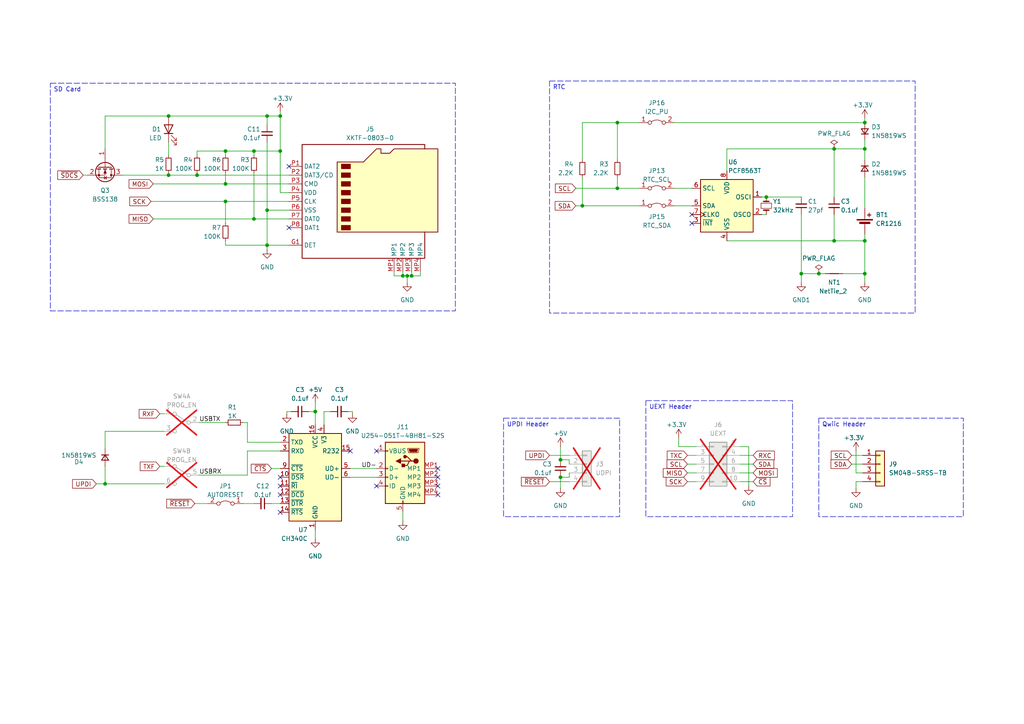
<source format=kicad_sch>
(kicad_sch (version 20230121) (generator eeschema)
  (paper "A4")
  (lib_symbols
    (symbol "Connector:Micro_SD_Card_Det1"
      (property "Reference" "J11" (at 0.635 20.955 0))
      (property "Value" "Micro_SD_Card_Det1" (at 0.635 18.415 0))
      (symbol "Micro_SD_Card_Det1_0_1"
        (rectangle (start -7.62 -6.985) (end -5.08 -8.255) (stroke (width 0.254)) (fill (type outline)))
        (rectangle (start -7.62 -4.445) (end -5.08 -5.715) (stroke (width 0.254)) (fill (type outline)))
        (rectangle (start -7.62 -1.905) (end -5.08 -3.175) (stroke (width 0.254)) (fill (type outline)))
        (rectangle (start -7.62 0.635) (end -5.08 -0.635) (stroke (width 0.254)) (fill (type outline)))
        (rectangle (start -7.62 3.175) (end -5.08 1.905) (stroke (width 0.254)) (fill (type outline)))
        (rectangle (start -7.62 5.715) (end -5.08 4.445) (stroke (width 0.254)) (fill (type outline)))
        (rectangle (start -7.62 8.255) (end -5.08 6.985) (stroke (width 0.254)) (fill (type outline)))
        (rectangle (start -7.62 10.795) (end -5.08 9.525) (stroke (width 0.254)) (fill (type outline)))
        (polyline (pts (xy 16.51 15.24) (xy 16.51 16.51) (xy -19.05 16.51) (xy -19.05 -16.51) (xy 16.51 -16.51) (xy 16.51 -8.89)) (stroke (width 0.254)))
        (polyline (pts (xy -8.89 -8.89) (xy -8.89 11.43) (xy -1.27 11.43) (xy 2.54 15.24) (xy 3.81 15.24) (xy 3.81 13.97) (xy 6.35 13.97) (xy 7.62 15.24) (xy 20.32 15.24) (xy 20.32 -8.89) (xy -8.89 -8.89)) (stroke (width 0.254)) (fill (type background)))
      )
      (symbol "Micro_SD_Card_Det1_1_1"
        (pin passive line (at -22.86 -12.7 0) (length 3.81) (name "DET") (number "G1"))
        (pin passive line (at 7.62 -20.32 90) (length 3.81) (name "MP1") (number "MP1"))
        (pin passive line (at 10.16 -20.32 90) (length 3.81) (name "MP2") (number "MP2"))
        (pin passive line (at 12.7 -20.32 90) (length 3.81) (name "MP3") (number "MP3"))
        (pin passive line (at 15.24 -20.32 90) (length 3.81) (name "MP4") (number "MP4"))
        (pin bidirectional line (at -22.86 10.16 0) (length 3.81) (name "DAT2") (number "P1"))
        (pin bidirectional line (at -22.86 7.62 0) (length 3.81) (name "DAT3/CD") (number "P2"))
        (pin input line (at -22.86 5.08 0) (length 3.81) (name "CMD") (number "P3"))
        (pin power_in line (at -22.86 2.54 0) (length 3.81) (name "VDD") (number "P4"))
        (pin input line (at -22.86 0 0) (length 3.81) (name "CLK") (number "P5"))
        (pin power_in line (at -22.86 -2.54 0) (length 3.81) (name "VSS") (number "P6"))
        (pin bidirectional line (at -22.86 -5.08 0) (length 3.81) (name "DAT0") (number "P7"))
        (pin bidirectional line (at -22.86 -7.62 0) (length 3.81) (name "DAT1") (number "P8"))
      )
    )
    (symbol "Connector:USB_B_Micro" (pin_names (offset 1.016))
      (property "Reference" "J11" (at 0 12.065 0))
      (property "Value" "U254-051T-4BH81-S2S" (at 0 9.525 0))
      (symbol "USB_B_Micro_0_1"
        (rectangle (start -6.35 7.62) (end 5.08 -10.16) (stroke (width 0.254)) (fill (type background)))
        (circle (center -3.81 2.159) (radius 0.635) (stroke (width 0.254)) (fill (type outline)))
        (circle (center -0.635 3.429) (radius 0.381) (stroke (width 0.254)) (fill (type outline)))
        (rectangle (start -0.127 -9.398) (end 0.127 -10.16))
        (polyline (pts (xy -1.905 2.159) (xy 0.635 2.159)) (stroke (width 0.254)))
        (polyline (pts (xy -3.175 2.159) (xy -2.54 2.159) (xy -1.27 3.429) (xy -0.635 3.429)) (stroke (width 0.254)))
        (polyline (pts (xy -2.54 2.159) (xy -1.905 2.159) (xy -1.27 0.889) (xy 0 0.889)) (stroke (width 0.254)))
        (polyline (pts (xy 0.635 2.794) (xy 0.635 1.524) (xy 1.905 2.159) (xy 0.635 2.794)) (stroke (width 0.254)) (fill (type outline)))
        (polyline (pts (xy -4.318 5.588) (xy -1.778 5.588) (xy -2.032 4.826) (xy -4.064 4.826) (xy -4.318 5.588)) (fill (type outline)))
        (polyline (pts (xy -4.699 5.842) (xy -4.699 5.588) (xy -4.445 4.826) (xy -4.445 4.572) (xy -1.651 4.572) (xy -1.651 4.826) (xy -1.397 5.588) (xy -1.397 5.842) (xy -4.699 5.842)))
        (rectangle (start 0.254 1.27) (end -0.508 0.508) (stroke (width 0.254)) (fill (type outline)))
        (rectangle (start 5.08 -5.207) (end 4.318 -4.953))
        (rectangle (start 5.08 -2.667) (end 4.318 -2.413))
        (rectangle (start 5.08 -0.127) (end 4.318 0.127))
        (rectangle (start 5.08 4.953) (end 4.318 5.207))
      )
      (symbol "USB_B_Micro_1_1"
        (pin power_out line (at 7.62 5.08 180) (length 2.54) (name "VBUS") (number "1"))
        (pin bidirectional line (at 7.62 0 180) (length 2.54) (name "D-") (number "2"))
        (pin bidirectional line (at 7.62 -2.54 180) (length 2.54) (name "D+") (number "3"))
        (pin passive line (at 7.62 -5.08 180) (length 2.54) (name "ID") (number "4"))
        (pin power_out line (at 0 -12.7 90) (length 2.54) (name "GND") (number "5"))
        (pin passive line (at -10.16 0 0) (length 3.81) (name "MP1") (number "MP1"))
        (pin passive line (at -10.16 -2.54 0) (length 3.81) (name "MP2") (number "MP2"))
        (pin passive line (at -10.16 -5.08 0) (length 3.81) (name "MP3") (number "MP3"))
        (pin passive line (at -10.16 -7.62 0) (length 3.81) (name "MP4") (number "MP4"))
      )
    )
    (symbol "Connector_Generic:Conn_01x04" (pin_names (offset 1.016) hide)
      (property "Reference" "J" (at 0 5.08 0))
      (property "Value" "Conn_01x04" (at 0 -7.62 0))
      (symbol "Conn_01x04_1_1"
        (rectangle (start -1.27 -4.953) (end 0 -5.207) (stroke (width 0.1524)))
        (rectangle (start -1.27 -2.413) (end 0 -2.667) (stroke (width 0.1524)))
        (rectangle (start -1.27 0.127) (end 0 -0.127) (stroke (width 0.1524)))
        (rectangle (start -1.27 2.667) (end 0 2.413) (stroke (width 0.1524)))
        (rectangle (start -1.27 3.81) (end 1.27 -6.35) (stroke (width 0.254)) (fill (type background)))
        (pin passive line (at -5.08 2.54 0) (length 3.81) (name "Pin_1") (number "1"))
        (pin passive line (at -5.08 0 0) (length 3.81) (name "Pin_2") (number "2"))
        (pin passive line (at -5.08 -2.54 0) (length 3.81) (name "Pin_3") (number "3"))
        (pin passive line (at -5.08 -5.08 0) (length 3.81) (name "Pin_4") (number "4"))
      )
    )
    (symbol "Connector_Generic:Conn_02x05_Odd_Even" (pin_names (offset 1.016) hide)
      (property "Reference" "J" (at 1.27 7.62 0))
      (property "Value" "Conn_02x05_Odd_Even" (at 1.27 -7.62 0))
      (symbol "Conn_02x05_Odd_Even_1_1"
        (rectangle (start -1.27 -4.953) (end 0 -5.207) (stroke (width 0.1524)))
        (rectangle (start -1.27 -2.413) (end 0 -2.667) (stroke (width 0.1524)))
        (rectangle (start -1.27 0.127) (end 0 -0.127) (stroke (width 0.1524)))
        (rectangle (start -1.27 2.667) (end 0 2.413) (stroke (width 0.1524)))
        (rectangle (start -1.27 5.207) (end 0 4.953) (stroke (width 0.1524)))
        (rectangle (start -1.27 6.35) (end 3.81 -6.35) (stroke (width 0.254)) (fill (type background)))
        (rectangle (start 3.81 -4.953) (end 2.54 -5.207) (stroke (width 0.1524)))
        (rectangle (start 3.81 -2.413) (end 2.54 -2.667) (stroke (width 0.1524)))
        (rectangle (start 3.81 0.127) (end 2.54 -0.127) (stroke (width 0.1524)))
        (rectangle (start 3.81 2.667) (end 2.54 2.413) (stroke (width 0.1524)))
        (rectangle (start 3.81 5.207) (end 2.54 4.953) (stroke (width 0.1524)))
        (pin passive line (at -5.08 5.08 0) (length 3.81) (name "Pin_1") (number "1"))
        (pin passive line (at 7.62 -5.08 180) (length 3.81) (name "Pin_10") (number "10"))
        (pin passive line (at 7.62 5.08 180) (length 3.81) (name "Pin_2") (number "2"))
        (pin passive line (at -5.08 2.54 0) (length 3.81) (name "Pin_3") (number "3"))
        (pin passive line (at 7.62 2.54 180) (length 3.81) (name "Pin_4") (number "4"))
        (pin passive line (at -5.08 0 0) (length 3.81) (name "Pin_5") (number "5"))
        (pin passive line (at 7.62 0 180) (length 3.81) (name "Pin_6") (number "6"))
        (pin passive line (at -5.08 -2.54 0) (length 3.81) (name "Pin_7") (number "7"))
        (pin passive line (at 7.62 -2.54 180) (length 3.81) (name "Pin_8") (number "8"))
        (pin passive line (at -5.08 -5.08 0) (length 3.81) (name "Pin_9") (number "9"))
      )
    )
    (symbol "Device:Battery_Cell" (pin_numbers hide) (pin_names (offset 0) hide)
      (property "Reference" "BT" (at 2.54 2.54 0))
      (property "Value" "Battery_Cell" (at 2.54 0 0))
      (symbol "Battery_Cell_0_1"
        (rectangle (start -2.286 1.778) (end 2.286 1.524) (fill (type outline)))
        (rectangle (start -1.524 1.016) (end 1.524 0.508) (fill (type outline)))
        (polyline (pts (xy 0 0.762) (xy 0 0)))
        (polyline (pts (xy 0 1.778) (xy 0 2.54)))
        (polyline (pts (xy 0.762 3.048) (xy 1.778 3.048)) (stroke (width 0.254)))
        (polyline (pts (xy 1.27 3.556) (xy 1.27 2.54)) (stroke (width 0.254)))
      )
      (symbol "Battery_Cell_1_1"
        (pin passive line (at 0 5.08 270) (length 2.54) (name "+") (number "1"))
        (pin passive line (at 0 -2.54 90) (length 2.54) (name "-") (number "2"))
      )
    )
    (symbol "Device:C_Small" (pin_numbers hide) (pin_names (offset 0.254) hide)
      (property "Reference" "C" (at 0.254 1.778 0))
      (property "Value" "C_Small" (at 0.254 -2.032 0))
      (symbol "C_Small_0_1"
        (polyline (pts (xy -1.524 -0.508) (xy 1.524 -0.508)) (stroke (width 0.3302)))
        (polyline (pts (xy -1.524 0.508) (xy 1.524 0.508)) (stroke (width 0.3048)))
      )
      (symbol "C_Small_1_1"
        (pin passive line (at 0 2.54 270) (length 2.032) (name "~") (number "1"))
        (pin passive line (at 0 -2.54 90) (length 2.032) (name "~") (number "2"))
      )
    )
    (symbol "Device:Crystal_Small" (pin_numbers hide) (pin_names (offset 1.016) hide)
      (property "Reference" "Y" (at 0 2.54 0))
      (property "Value" "Crystal_Small" (at 0 -2.54 0))
      (symbol "Crystal_Small_0_1"
        (rectangle (start -0.762 -1.524) (end 0.762 1.524))
        (polyline (pts (xy -1.27 -0.762) (xy -1.27 0.762)) (stroke (width 0.381)))
        (polyline (pts (xy 1.27 -0.762) (xy 1.27 0.762)) (stroke (width 0.381)))
      )
      (symbol "Crystal_Small_1_1"
        (pin passive line (at -2.54 0 0) (length 1.27) (name "1") (number "1"))
        (pin passive line (at 2.54 0 180) (length 1.27) (name "2") (number "2"))
      )
    )
    (symbol "Device:D_Small" (pin_numbers hide) (pin_names (offset 0.254) hide)
      (property "Reference" "D" (at -1.27 2.032 0))
      (property "Value" "D_Small" (at -3.81 -2.032 0))
      (symbol "D_Small_0_1"
        (polyline (pts (xy -0.762 -1.016) (xy -0.762 1.016)) (stroke (width 0.254)))
        (polyline (pts (xy -0.762 0) (xy 0.762 0)))
        (polyline (pts (xy 0.762 -1.016) (xy -0.762 0) (xy 0.762 1.016) (xy 0.762 -1.016)) (stroke (width 0.254)))
      )
      (symbol "D_Small_1_1"
        (pin passive line (at -2.54 0 0) (length 1.778) (name "K") (number "1"))
        (pin passive line (at 2.54 0 180) (length 1.778) (name "A") (number "2"))
      )
    )
    (symbol "Device:LED" (pin_numbers hide) (pin_names (offset 1.016) hide)
      (property "Reference" "D" (at 0 2.54 0))
      (property "Value" "LED" (at 0 -2.54 0))
      (symbol "LED_0_1"
        (polyline (pts (xy -1.27 -1.27) (xy -1.27 1.27)) (stroke (width 0.254)))
        (polyline (pts (xy -1.27 0) (xy 1.27 0)))
        (polyline (pts (xy 1.27 -1.27) (xy 1.27 1.27) (xy -1.27 0) (xy 1.27 -1.27)) (stroke (width 0.254)))
        (polyline (pts (xy -3.048 -0.762) (xy -4.572 -2.286) (xy -3.81 -2.286) (xy -4.572 -2.286) (xy -4.572 -1.524)))
        (polyline (pts (xy -1.778 -0.762) (xy -3.302 -2.286) (xy -2.54 -2.286) (xy -3.302 -2.286) (xy -3.302 -1.524)))
      )
      (symbol "LED_1_1"
        (pin passive line (at -3.81 0 0) (length 2.54) (name "K") (number "1"))
        (pin passive line (at 3.81 0 180) (length 2.54) (name "A") (number "2"))
      )
    )
    (symbol "Device:NetTie_2" (pin_numbers hide) (pin_names (offset 0) hide) (in_bom no)
      (property "Reference" "NT" (at 0 1.27 0))
      (property "Value" "NetTie_2" (at 0 -1.27 0))
      (symbol "NetTie_2_0_1"
        (polyline (pts (xy -1.27 0) (xy 1.27 0)) (stroke (width 0.254)))
      )
      (symbol "NetTie_2_1_1"
        (pin passive line (at -2.54 0 0) (length 2.54) (name "1") (number "1"))
        (pin passive line (at 2.54 0 180) (length 2.54) (name "2") (number "2"))
      )
    )
    (symbol "Device:R_Small" (pin_numbers hide) (pin_names (offset 0.254) hide)
      (property "Reference" "R" (at 0.762 0.508 0))
      (property "Value" "R_Small" (at 0.762 -1.016 0))
      (symbol "R_Small_0_1"
        (rectangle (start -0.762 1.778) (end 0.762 -1.778) (stroke (width 0.2032)))
      )
      (symbol "R_Small_1_1"
        (pin passive line (at 0 2.54 270) (length 0.762) (name "~") (number "1"))
        (pin passive line (at 0 -2.54 90) (length 0.762) (name "~") (number "2"))
      )
    )
    (symbol "GND_1" (power) (pin_names (offset 0))
      (property "Value" "GND_1" (at 0 -3.81 0))
      (symbol "GND_1_0_1"
        (polyline (pts (xy 0 0) (xy 0 -1.27) (xy 1.27 -1.27) (xy 0 -2.54) (xy -1.27 -1.27) (xy 0 -1.27)))
      )
      (symbol "GND_1_1_1"
        (pin power_in line (at 0 0 270) (length 0) hide (name "GND") (number "1"))
      )
    )
    (symbol "Interface_USB:CH340C"
      (property "Reference" "U" (at -5.08 13.97 0))
      (property "Value" "CH340C" (at 1.27 13.97 0))
      (symbol "CH340C_0_1"
        (rectangle (start -7.62 12.7) (end 7.62 -12.7) (stroke (width 0.254)) (fill (type background)))
      )
      (symbol "CH340C_1_1"
        (pin power_in line (at 0 -15.24 90) (length 2.54) (name "GND") (number "1"))
        (pin input line (at 10.16 0 180) (length 2.54) (name "~{DSR}") (number "10"))
        (pin input line (at 10.16 -2.54 180) (length 2.54) (name "~{RI}") (number "11"))
        (pin input line (at 10.16 -5.08 180) (length 2.54) (name "~{DCD}") (number "12"))
        (pin output line (at 10.16 -7.62 180) (length 2.54) (name "~{DTR}") (number "13"))
        (pin output line (at 10.16 -10.16 180) (length 2.54) (name "~{RTS}") (number "14"))
        (pin input line (at -10.16 7.62 0) (length 2.54) (name "R232") (number "15"))
        (pin power_in line (at 0 15.24 270) (length 2.54) (name "VCC") (number "16"))
        (pin output line (at 10.16 10.16 180) (length 2.54) (name "TXD") (number "2"))
        (pin input line (at 10.16 7.62 180) (length 2.54) (name "RXD") (number "3"))
        (pin passive line (at -2.54 15.24 270) (length 2.54) (name "V3") (number "4"))
        (pin bidirectional line (at -10.16 2.54 0) (length 2.54) (name "UD+") (number "5"))
        (pin bidirectional line (at -10.16 0 0) (length 2.54) (name "UD-") (number "6"))
        (pin no_connect line (at -7.62 -7.62 0) (length 2.54) hide (name "NC") (number "7"))
        (pin no_connect line (at -7.62 -10.16 0) (length 2.54) hide (name "NC") (number "8"))
        (pin input line (at 10.16 2.54 180) (length 2.54) (name "~{CTS}") (number "9"))
      )
    )
    (symbol "Jumper:Jumper_2_Bridged" (pin_names (offset 0) hide)
      (property "Reference" "JP" (at 0 1.905 0))
      (property "Value" "Jumper_2_Bridged" (at 0 -2.54 0))
      (symbol "Jumper_2_Bridged_0_0"
        (circle (center -2.032 0) (radius 0.508))
        (circle (center 2.032 0) (radius 0.508))
      )
      (symbol "Jumper_2_Bridged_0_1"
        (arc (start 1.524 0.254) (mid 0 0.762) (end -1.524 0.254))
      )
      (symbol "Jumper_2_Bridged_1_1"
        (pin passive line (at -5.08 0 0) (length 2.54) (name "A") (number "1"))
        (pin passive line (at 5.08 0 180) (length 2.54) (name "B") (number "2"))
      )
    )
    (symbol "Switch:SW_DPDT_x2" (pin_names (offset 0) hide)
      (property "Reference" "SW" (at 0 4.318 0))
      (property "Value" "SW_DPDT_x2" (at 0 -5.08 0))
      (symbol "SW_DPDT_x2_0_0"
        (circle (center -2.032 0) (radius 0.508))
        (circle (center 2.032 -2.54) (radius 0.508))
      )
      (symbol "SW_DPDT_x2_0_1"
        (polyline (pts (xy -1.524 0.254) (xy 1.651 2.286)))
        (circle (center 2.032 2.54) (radius 0.508))
      )
      (symbol "SW_DPDT_x2_1_1"
        (pin passive line (at 5.08 2.54 180) (length 2.54) (name "A") (number "1"))
        (pin passive line (at -5.08 0 0) (length 2.54) (name "B") (number "2"))
        (pin passive line (at 5.08 -2.54 180) (length 2.54) (name "C") (number "3"))
      )
      (symbol "SW_DPDT_x2_2_1"
        (pin passive line (at 5.08 2.54 180) (length 2.54) (name "A") (number "4"))
        (pin passive line (at -5.08 0 0) (length 2.54) (name "B") (number "5"))
        (pin passive line (at 5.08 -2.54 180) (length 2.54) (name "C") (number "6"))
      )
    )
    (symbol "Timer_RTC:PCF8563T"
      (property "Reference" "U3" (at -0.3459 12.7 0))
      (property "Value" "PCF8563T" (at -0.3459 10.16 0))
      (symbol "PCF8563T_0_1"
        (rectangle (start -7.62 7.62) (end 7.62 -7.62) (stroke (width 0.254)) (fill (type background)))
      )
      (symbol "PCF8563T_1_1"
        (pin input line (at -10.16 2.54 0) (length 2.54) (name "OSCI") (number "1"))
        (pin output line (at -10.16 -2.54 0) (length 2.54) (name "OSCO") (number "2"))
        (pin output line (at 10.16 -5.08 180) (length 2.54) (name "~{INT}") (number "3"))
        (pin power_in line (at 0 -10.16 90) (length 2.54) (name "VSS") (number "4"))
        (pin bidirectional line (at 10.16 0 180) (length 2.54) (name "SDA") (number "5"))
        (pin input line (at 10.16 5.08 180) (length 2.54) (name "SCL") (number "6"))
        (pin output clock (at 10.16 -2.54 180) (length 2.54) (name "CLKO") (number "7"))
        (pin power_in line (at 0 10.16 270) (length 2.54) (name "VDD") (number "8"))
      )
    )
    (symbol "Transistor_FET:BSS138" (pin_names hide)
      (property "Reference" "Q" (at 5.08 1.905 0))
      (property "Value" "BSS138" (at 5.08 0 0))
      (symbol "BSS138_0_1"
        (polyline (pts (xy 0.254 0) (xy -2.54 0)))
        (polyline (pts (xy 0.254 1.905) (xy 0.254 -1.905)) (stroke (width 0.254)))
        (polyline (pts (xy 0.762 -1.27) (xy 0.762 -2.286)) (stroke (width 0.254)))
        (polyline (pts (xy 0.762 0.508) (xy 0.762 -0.508)) (stroke (width 0.254)))
        (polyline (pts (xy 0.762 2.286) (xy 0.762 1.27)) (stroke (width 0.254)))
        (polyline (pts (xy 2.54 2.54) (xy 2.54 1.778)))
        (polyline (pts (xy 2.54 -2.54) (xy 2.54 0) (xy 0.762 0)))
        (polyline (pts (xy 0.762 -1.778) (xy 3.302 -1.778) (xy 3.302 1.778) (xy 0.762 1.778)))
        (polyline (pts (xy 1.016 0) (xy 2.032 0.381) (xy 2.032 -0.381) (xy 1.016 0)) (fill (type outline)))
        (polyline (pts (xy 2.794 0.508) (xy 2.921 0.381) (xy 3.683 0.381) (xy 3.81 0.254)))
        (polyline (pts (xy 3.302 0.381) (xy 2.921 -0.254) (xy 3.683 -0.254) (xy 3.302 0.381)))
        (circle (center 1.651 0) (radius 2.794) (stroke (width 0.254)))
        (circle (center 2.54 -1.778) (radius 0.254) (fill (type outline)))
        (circle (center 2.54 1.778) (radius 0.254) (fill (type outline)))
      )
      (symbol "BSS138_1_1"
        (pin input line (at -5.08 0 0) (length 2.54) (name "G") (number "1"))
        (pin passive line (at 2.54 -5.08 90) (length 2.54) (name "S") (number "2"))
        (pin passive line (at 2.54 5.08 270) (length 2.54) (name "D") (number "3"))
      )
    )
    (symbol "power:+3.3V" (power) (pin_names (offset 0))
      (property "Value" "+3.3V" (at 0 3.556 0))
      (symbol "+3.3V_0_1"
        (polyline (pts (xy -0.762 1.27) (xy 0 2.54)))
        (polyline (pts (xy 0 0) (xy 0 2.54)))
        (polyline (pts (xy 0 2.54) (xy 0.762 1.27)))
      )
      (symbol "+3.3V_1_1"
        (pin power_in line (at 0 0 90) (length 0) hide (name "+3.3V") (number "1"))
      )
    )
    (symbol "power:+5V" (power) (pin_names (offset 0))
      (property "Value" "+5V" (at 0 3.556 0))
      (symbol "+5V_0_1"
        (polyline (pts (xy -0.762 1.27) (xy 0 2.54)))
        (polyline (pts (xy 0 0) (xy 0 2.54)))
        (polyline (pts (xy 0 2.54) (xy 0.762 1.27)))
      )
      (symbol "+5V_1_1"
        (pin power_in line (at 0 0 90) (length 0) hide (name "+5V") (number "1"))
      )
    )
    (symbol "power:GND1" (power) (pin_names (offset 0))
      (property "Value" "GND1" (at 0 -3.81 0))
      (symbol "GND1_0_1"
        (polyline (pts (xy 0 0) (xy 0 -1.27) (xy 1.27 -1.27) (xy 0 -2.54) (xy -1.27 -1.27) (xy 0 -1.27)))
      )
      (symbol "GND1_1_1"
        (pin power_in line (at 0 0 270) (length 0) hide (name "GND1") (number "1"))
      )
    )
    (symbol "power:PWR_FLAG" (power) (pin_numbers hide) (pin_names (offset 0) hide)
      (property "Value" "PWR_FLAG" (at 0 3.81 0))
      (symbol "PWR_FLAG_0_0"
        (pin power_out line (at 0 0 90) (length 0) (name "pwr") (number "1"))
      )
      (symbol "PWR_FLAG_0_1"
        (polyline (pts (xy 0 0) (xy 0 1.27) (xy -1.016 1.905) (xy 0 2.54) (xy 1.016 1.905) (xy 0 1.27)))
      )
    )
  )
  (junction (at 232.41 79.375))
  (junction (at 30.48 140.335))
  (junction (at 77.47 33.655))
  (junction (at 57.15 50.8))
  (junction (at 77.47 60.96))
  (junction (at 162.56 138.43))
  (junction (at 222.25 57.15))
  (junction (at 250.825 79.375))
  (junction (at 119.38 80.01))
  (junction (at 81.28 33.655))
  (junction (at 91.44 119.38))
  (junction (at 48.895 33.655))
  (junction (at 65.405 43.815))
  (junction (at 241.935 69.85))
  (junction (at 168.91 59.69))
  (junction (at 77.47 71.12))
  (junction (at 241.935 43.18))
  (junction (at 250.825 43.18))
  (junction (at 162.56 133.35))
  (junction (at 179.07 54.61))
  (junction (at 81.28 43.815))
  (junction (at 179.07 35.56))
  (junction (at 237.49 79.375))
  (junction (at 116.84 80.01))
  (junction (at 250.825 35.56))
  (junction (at 48.895 50.8))
  (junction (at 118.11 80.01))
  (junction (at 250.825 69.85))
  (junction (at 65.405 53.34))
  (junction (at 65.405 58.42))
  (junction (at 73.66 43.815))
  (junction (at 73.66 63.5))
  (no_connect (at 200.66 64.77))
  (no_connect (at 83.82 66.04))
  (no_connect (at 81.28 143.51))
  (no_connect (at 109.22 140.97))
  (no_connect (at 101.6 130.81))
  (no_connect (at 81.28 140.97))
  (no_connect (at 127 135.89))
  (no_connect (at 127 140.97))
  (no_connect (at 81.28 138.43))
  (no_connect (at 127 138.43))
  (no_connect (at 127 143.51))
  (no_connect (at 200.66 62.23))
  (no_connect (at 83.82 48.26))
  (no_connect (at 109.22 130.81))
  (no_connect (at 81.28 148.59))
  (wire (pts (xy 250.825 40.64) (xy 250.825 43.18)))
  (wire (pts (xy 250.825 79.375) (xy 250.825 81.915)))
  (wire (pts (xy 65.405 58.42) (xy 83.82 58.42)))
  (wire (pts (xy 118.11 80.01) (xy 118.11 81.915)))
  (wire (pts (xy 116.84 80.01) (xy 118.11 80.01)))
  (wire (pts (xy 56.515 146.05) (xy 60.325 146.05)))
  (wire (pts (xy 168.91 35.56) (xy 179.07 35.56)))
  (wire (pts (xy 222.25 57.15) (xy 232.41 57.15)))
  (wire (pts (xy 196.85 127) (xy 196.85 129.54)))
  (wire (pts (xy 179.07 35.56) (xy 185.42 35.56)))
  (wire (pts (xy 121.92 80.01) (xy 121.92 78.74)))
  (wire (pts (xy 91.44 119.38) (xy 91.44 123.19)))
  (wire (pts (xy 77.47 71.12) (xy 83.82 71.12)))
  (wire (pts (xy 30.48 33.655) (xy 30.48 43.18)))
  (wire (pts (xy 101.6 138.43) (xy 109.22 138.43)))
  (wire (pts (xy 250.825 43.18) (xy 250.825 46.355)))
  (wire (pts (xy 44.45 63.5) (xy 73.66 63.5)))
  (wire (pts (xy 81.28 55.88) (xy 83.82 55.88)))
  (wire (pts (xy 199.39 132.08) (xy 201.93 132.08)))
  (wire (pts (xy 77.47 33.655) (xy 81.28 33.655)))
  (wire (pts (xy 167.005 59.69) (xy 168.91 59.69)))
  (wire (pts (xy 168.91 59.69) (xy 185.42 59.69)))
  (wire (pts (xy 65.405 58.42) (xy 65.405 64.77)))
  (wire (pts (xy 232.41 79.375) (xy 232.41 81.915)))
  (wire (pts (xy 71.755 128.27) (xy 81.28 128.27)))
  (wire (pts (xy 91.44 119.38) (xy 89.535 119.38)))
  (wire (pts (xy 210.82 69.85) (xy 241.935 69.85)))
  (wire (pts (xy 199.39 139.7) (xy 201.93 139.7)))
  (wire (pts (xy 195.58 35.56) (xy 250.825 35.56)))
  (wire (pts (xy 162.56 129.54) (xy 162.56 133.35)))
  (wire (pts (xy 196.85 129.54) (xy 201.93 129.54)))
  (wire (pts (xy 214.63 132.08) (xy 218.44 132.08)))
  (wire (pts (xy 119.38 80.01) (xy 121.92 80.01)))
  (wire (pts (xy 237.49 79.375) (xy 239.395 79.375)))
  (wire (pts (xy 199.39 134.62) (xy 201.93 134.62)))
  (wire (pts (xy 210.82 43.18) (xy 241.935 43.18)))
  (wire (pts (xy 232.41 79.375) (xy 237.49 79.375)))
  (wire (pts (xy 48.895 50.8) (xy 57.15 50.8)))
  (wire (pts (xy 241.935 43.18) (xy 241.935 57.15)))
  (wire (pts (xy 102.235 119.38) (xy 102.235 120.015)))
  (wire (pts (xy 214.63 134.62) (xy 218.44 134.62)))
  (wire (pts (xy 44.45 53.34) (xy 65.405 53.34)))
  (wire (pts (xy 65.405 50.165) (xy 65.405 53.34)))
  (wire (pts (xy 73.66 43.815) (xy 73.66 45.085)))
  (wire (pts (xy 24.13 50.8) (xy 25.4 50.8)))
  (wire (pts (xy 77.47 71.12) (xy 77.47 72.39)))
  (wire (pts (xy 48.895 33.655) (xy 77.47 33.655)))
  (wire (pts (xy 65.405 69.85) (xy 65.405 71.12)))
  (wire (pts (xy 91.44 116.84) (xy 91.44 119.38)))
  (wire (pts (xy 220.98 62.23) (xy 222.25 62.23)))
  (wire (pts (xy 91.44 153.67) (xy 91.44 156.21)))
  (wire (pts (xy 159.385 139.7) (xy 165.1 139.7)))
  (wire (pts (xy 247.015 132.08) (xy 250.19 132.08)))
  (wire (pts (xy 220.98 57.15) (xy 222.25 57.15)))
  (wire (pts (xy 81.28 43.815) (xy 81.28 55.88)))
  (wire (pts (xy 168.91 51.435) (xy 168.91 59.69)))
  (wire (pts (xy 71.755 122.555) (xy 70.485 122.555)))
  (wire (pts (xy 30.48 140.335) (xy 27.94 140.335)))
  (wire (pts (xy 43.815 58.42) (xy 65.405 58.42)))
  (wire (pts (xy 71.755 137.795) (xy 57.785 137.795)))
  (wire (pts (xy 57.15 50.8) (xy 83.82 50.8)))
  (wire (pts (xy 73.66 146.05) (xy 70.485 146.05)))
  (wire (pts (xy 250.825 51.435) (xy 250.825 60.325)))
  (wire (pts (xy 93.98 119.38) (xy 93.98 123.19)))
  (wire (pts (xy 217.17 129.54) (xy 217.17 140.97)))
  (wire (pts (xy 47.625 140.335) (xy 30.48 140.335)))
  (wire (pts (xy 250.825 67.945) (xy 250.825 69.85)))
  (wire (pts (xy 165.1 134.62) (xy 165.1 133.35)))
  (wire (pts (xy 195.58 59.69) (xy 200.66 59.69)))
  (wire (pts (xy 81.28 32.385) (xy 81.28 33.655)))
  (wire (pts (xy 116.84 148.59) (xy 116.84 151.13)))
  (wire (pts (xy 248.285 137.16) (xy 250.19 137.16)))
  (wire (pts (xy 214.63 139.7) (xy 218.44 139.7)))
  (wire (pts (xy 250.825 69.85) (xy 250.825 79.375)))
  (wire (pts (xy 35.56 50.8) (xy 48.895 50.8)))
  (wire (pts (xy 165.1 138.43) (xy 165.1 137.16)))
  (wire (pts (xy 65.405 71.12) (xy 77.47 71.12)))
  (wire (pts (xy 119.38 78.74) (xy 119.38 80.01)))
  (wire (pts (xy 101.6 135.89) (xy 109.22 135.89)))
  (wire (pts (xy 57.15 50.165) (xy 57.15 50.8)))
  (wire (pts (xy 241.935 69.85) (xy 250.825 69.85)))
  (wire (pts (xy 30.48 125.095) (xy 47.625 125.095)))
  (wire (pts (xy 46.355 135.255) (xy 47.625 135.255)))
  (wire (pts (xy 168.91 35.56) (xy 168.91 46.355)))
  (wire (pts (xy 210.82 43.18) (xy 210.82 49.53)))
  (wire (pts (xy 84.455 119.38) (xy 83.185 119.38)))
  (wire (pts (xy 244.475 79.375) (xy 250.825 79.375)))
  (wire (pts (xy 71.755 128.27) (xy 71.755 122.555)))
  (wire (pts (xy 167.005 54.61) (xy 179.07 54.61)))
  (wire (pts (xy 48.895 41.275) (xy 48.895 45.085)))
  (wire (pts (xy 77.47 60.96) (xy 83.82 60.96)))
  (wire (pts (xy 30.48 125.095) (xy 30.48 130.175)))
  (wire (pts (xy 114.3 80.01) (xy 116.84 80.01)))
  (wire (pts (xy 250.19 139.7) (xy 248.285 139.7)))
  (wire (pts (xy 48.895 50.165) (xy 48.895 50.8)))
  (wire (pts (xy 73.66 63.5) (xy 83.82 63.5)))
  (wire (pts (xy 73.66 50.165) (xy 73.66 63.5)))
  (wire (pts (xy 116.84 78.74) (xy 116.84 80.01)))
  (wire (pts (xy 247.015 134.62) (xy 250.19 134.62)))
  (wire (pts (xy 78.74 146.05) (xy 81.28 146.05)))
  (wire (pts (xy 73.66 43.815) (xy 81.28 43.815)))
  (wire (pts (xy 159.385 132.08) (xy 165.1 132.08)))
  (wire (pts (xy 65.405 43.815) (xy 65.405 45.085)))
  (wire (pts (xy 179.07 35.56) (xy 179.07 46.355)))
  (wire (pts (xy 65.405 43.815) (xy 73.66 43.815)))
  (wire (pts (xy 162.56 138.43) (xy 162.56 141.605)))
  (wire (pts (xy 77.47 33.655) (xy 77.47 36.195)))
  (wire (pts (xy 248.285 139.7) (xy 248.285 141.605)))
  (wire (pts (xy 199.39 137.16) (xy 201.93 137.16)))
  (wire (pts (xy 100.965 119.38) (xy 102.235 119.38)))
  (wire (pts (xy 81.28 130.81) (xy 71.755 130.81)))
  (wire (pts (xy 30.48 140.335) (xy 30.48 135.255)))
  (wire (pts (xy 214.63 129.54) (xy 217.17 129.54)))
  (wire (pts (xy 65.405 53.34) (xy 83.82 53.34)))
  (wire (pts (xy 232.41 62.23) (xy 232.41 79.375)))
  (wire (pts (xy 30.48 33.655) (xy 48.895 33.655)))
  (wire (pts (xy 77.47 60.96) (xy 77.47 71.12)))
  (wire (pts (xy 195.58 54.61) (xy 200.66 54.61)))
  (wire (pts (xy 78.74 135.89) (xy 81.28 135.89)))
  (wire (pts (xy 162.56 138.43) (xy 165.1 138.43)))
  (wire (pts (xy 241.935 43.18) (xy 250.825 43.18)))
  (wire (pts (xy 93.98 119.38) (xy 95.885 119.38)))
  (wire (pts (xy 179.07 54.61) (xy 185.42 54.61)))
  (wire (pts (xy 57.15 43.815) (xy 57.15 45.085)))
  (wire (pts (xy 65.405 122.555) (xy 57.785 122.555)))
  (wire (pts (xy 83.185 119.38) (xy 83.185 120.015)))
  (wire (pts (xy 77.47 41.275) (xy 77.47 60.96)))
  (wire (pts (xy 81.28 33.655) (xy 81.28 43.815)))
  (wire (pts (xy 248.285 130.81) (xy 248.285 137.16)))
  (wire (pts (xy 114.3 78.74) (xy 114.3 80.01)))
  (wire (pts (xy 250.825 34.29) (xy 250.825 35.56)))
  (wire (pts (xy 71.755 130.81) (xy 71.755 137.795)))
  (wire (pts (xy 57.15 43.815) (xy 65.405 43.815)))
  (wire (pts (xy 241.935 62.23) (xy 241.935 69.85)))
  (wire (pts (xy 214.63 137.16) (xy 218.44 137.16)))
  (wire (pts (xy 179.07 51.435) (xy 179.07 54.61)))
  (wire (pts (xy 165.1 133.35) (xy 162.56 133.35)))
  (wire (pts (xy 46.355 120.015) (xy 47.625 120.015)))
  (wire (pts (xy 118.11 80.01) (xy 119.38 80.01)))
  (text_box "SD Card" (at 14.605 24.13 0) (size 117.475 66.04) (stroke (width 0) (type dash)) (effects (font (size 1.27 1.27)) (justify left top)))
  (text_box "UEXT Header" (at 187.325 116.205 0) (size 42.545 33.655) (stroke (width 0) (type dash)) (effects (font (size 1.27 1.27)) (justify left top)))
  (text_box "Qwiic Header" (at 237.49 121.285 0) (size 41.91 28.575) (stroke (width 0) (type dash)) (effects (font (size 1.27 1.27)) (justify left top)))
  (text_box "RTC" (at 159.385 23.495 0) (size 106.045 67.31) (stroke (width 0) (type dash)) (effects (font (size 1.27 1.27)) (justify left top)))
  (text_box "UPDI Header" (at 146.05 121.285 0) (size 33.655 28.575) (stroke (width 0) (type dash)) (effects (font (size 1.27 1.27)) (justify left top)))
  (label "UD-" (at 109.22 135.89 180))
  (label "USBRX" (at 57.785 137.795 0))
  (label "USBTX" (at 57.785 122.555 0))
  (global_label "MISO" (shape input) (at 44.45 63.5 180) (property "Intersheetrefs" "${INTERSHEET_REFS}" (effects hide)))
  (global_label "MOSI" (shape input) (at 44.45 53.34 180) (property "Intersheetrefs" "${INTERSHEET_REFS}" (effects hide)))
  (global_label "SCK" (shape input) (at 43.815 58.42 180) (property "Intersheetrefs" "${INTERSHEET_REFS}" (effects hide)))
  (global_label "SCK" (shape input) (at 199.39 139.7 180) (property "Intersheetrefs" "${INTERSHEET_REFS}" (effects hide)))
  (global_label "UPDI" (shape input) (at 159.385 132.08 180) (property "Intersheetrefs" "${INTERSHEET_REFS}" (effects hide)))
  (global_label "SCL" (shape input) (at 167.005 54.61 180) (property "Intersheetrefs" "${INTERSHEET_REFS}" (effects hide)))
  (global_label "RXC" (shape input) (at 218.44 132.08 0) (property "Intersheetrefs" "${INTERSHEET_REFS}" (effects hide)))
  (global_label "UPDI" (shape input) (at 27.94 140.335 180) (property "Intersheetrefs" "${INTERSHEET_REFS}" (effects hide)))
  (global_label "MOSI" (shape input) (at 218.44 137.16 0) (property "Intersheetrefs" "${INTERSHEET_REFS}" (effects hide)))
  (global_label "MISO" (shape input) (at 199.39 137.16 180) (property "Intersheetrefs" "${INTERSHEET_REFS}" (effects hide)))
  (global_label "SCL" (shape input) (at 199.39 134.62 180) (property "Intersheetrefs" "${INTERSHEET_REFS}" (effects hide)))
  (global_label "~{RESET}" (shape input) (at 159.385 139.7 180) (property "Intersheetrefs" "${INTERSHEET_REFS}" (effects hide)))
  (global_label "RXF" (shape input) (at 46.355 120.015 180) (property "Intersheetrefs" "${INTERSHEET_REFS}" (effects hide)))
  (global_label "~{RESET}" (shape input) (at 56.515 146.05 180) (property "Intersheetrefs" "${INTERSHEET_REFS}" (effects hide)))
  (global_label "TXC" (shape input) (at 199.39 132.08 180) (property "Intersheetrefs" "${INTERSHEET_REFS}" (effects hide)))
  (global_label "~{CS}" (shape input) (at 218.44 139.7 0) (property "Intersheetrefs" "${INTERSHEET_REFS}" (effects hide)))
  (global_label "SDA" (shape input) (at 247.015 134.62 180) (property "Intersheetrefs" "${INTERSHEET_REFS}" (effects hide)))
  (global_label "SCL" (shape input) (at 247.015 132.08 180) (property "Intersheetrefs" "${INTERSHEET_REFS}" (effects hide)))
  (global_label "~{SDCS}" (shape input) (at 24.13 50.8 180) (property "Intersheetrefs" "${INTERSHEET_REFS}" (effects hide)))
  (global_label "SDA" (shape input) (at 167.005 59.69 180) (property "Intersheetrefs" "${INTERSHEET_REFS}" (effects hide)))
  (global_label "~{CTS}" (shape input) (at 78.74 135.89 180) (property "Intersheetrefs" "${INTERSHEET_REFS}" (effects hide)))
  (global_label "SDA" (shape input) (at 218.44 134.62 0) (property "Intersheetrefs" "${INTERSHEET_REFS}" (effects hide)))
  (global_label "TXF" (shape input) (at 46.355 135.255 180) (property "Intersheetrefs" "${INTERSHEET_REFS}" (effects hide)))
  (symbol (lib_name "GND_1") (lib_id "power:GND") (at 83.185 120.015 0) (mirror y) (unit 1)
    (property "Reference" "#PWR038" (effects hide))
    (property "Value" "GND" (at 83.185 125.095 0))
  )
  (symbol (lib_id "Interface_USB:CH340C") (at 91.44 138.43 0) (mirror y) (unit 1)
    (property "Reference" "U7" (at 89.2459 153.67 0) (effects (justify left)))
    (property "Value" "CH340C" (at 89.2459 156.21 0) (effects (justify left)))
    (property "Footprint" "Package_SO:SOIC-16_3.9x9.9mm_P1.27mm" (effects hide))
    (property "Datasheet" "https://datasheet.lcsc.com/szlcsc/Jiangsu-Qin-Heng-CH340C_C84681.pdf" (effects hide))
  )
  (symbol (lib_id "Device:C_Small") (at 162.56 135.89 0) (mirror x) (unit 1)
    (property "Reference" "C3" (at 160.02 134.6136 0) (effects (justify right)))
    (property "Value" "0.1uf" (at 160.02 137.1536 0) (effects (justify right)))
    (property "Footprint" "Capacitor_SMD:C_0402_1005Metric" (effects hide))
    (instances (project "temp" (path "" (reference "C3") (unit 1))) (project "z80ctrlng" (path "" (reference "C6") (unit 1))))
  )
  (symbol (lib_id "power:PWR_FLAG") (at 237.49 79.375 0) (unit 1)
    (property "Reference" "#FLG01" (effects hide))
    (property "Value" "PWR_FLAG" (at 237.49 74.93 0))
  )
  (symbol (lib_id "Device:D_Small") (at 250.825 48.895 270) (unit 1)
    (property "Reference" "D2" (at 252.73 47.625 90) (effects (justify left)))
    (property "Value" "1N5819WS" (at 252.73 50.165 90) (effects (justify left)))
    (property "Footprint" "Diode_SMD:D_SOD-323_HandSoldering" (effects hide))
    (property "Sim.Device" "D" (effects hide))
    (property "Sim.Pins" "1=K 2=A" (effects hide))
  )
  (symbol (lib_id "power:+3.3V") (at 248.285 130.81 0) (mirror y) (unit 1)
    (property "Reference" "#PWR04" (effects hide))
    (property "Value" "+3.3V" (at 247.65 127 0))
    (instances (project "temp" (path "" (reference "#PWR04") (unit 1))) (project "GenLink" (path "" (reference "#PWR010") (unit 1))) (project "z80ctrlng" (path "" (reference "#PWR036") (unit 1))))
  )
  (symbol (lib_id "power:+3.3V") (at 196.85 127 0) (mirror y) (unit 1)
    (property "Reference" "#PWR04" (effects hide))
    (property "Value" "+3.3V" (at 196.215 123.19 0))
    (instances (project "temp" (path "" (reference "#PWR04") (unit 1))) (project "GenLink" (path "" (reference "#PWR010") (unit 1))) (project "z80ctrlng" (path "" (reference "#PWR031") (unit 1))))
  )
  (symbol (lib_id "Jumper:Jumper_2_Bridged") (at 190.5 59.69 0) (unit 1)
    (property "Reference" "JP15" (at 190.5 62.865 0))
    (property "Value" "RTC_SDA" (at 190.5 65.405 0))
    (property "Footprint" "Jumper:SolderJumper-2_P1.3mm_Bridged_RoundedPad1.0x1.5mm" (effects hide))
  )
  (symbol (lib_id "Device:Crystal_Small") (at 222.25 59.69 90) (unit 1)
    (property "Reference" "Y1" (at 224.155 58.42 90) (effects (justify right)))
    (property "Value" "32kHz" (at 224.155 60.96 90) (effects (justify right)))
    (property "Footprint" "Crystal:Crystal_SMD_3215-2Pin_3.2x1.5mm" (effects hide))
  )
  (symbol (lib_id "Device:R_Small") (at 65.405 67.31 180) (unit 1)
    (property "Reference" "R7" (at 64.135 66.04 0) (effects (justify left)))
    (property "Value" "100K" (at 64.135 68.58 0) (effects (justify left)))
    (property "Footprint" "Resistor_SMD:R_0402_1005Metric" (effects hide))
  )
  (symbol (lib_id "Jumper:Jumper_2_Bridged") (at 190.5 54.61 0) (unit 1)
    (property "Reference" "JP13" (at 190.5 49.53 0))
    (property "Value" "RTC_SCL" (at 190.5 52.07 0))
    (property "Footprint" "Jumper:SolderJumper-2_P1.3mm_Bridged_RoundedPad1.0x1.5mm" (effects hide))
  )
  (symbol (lib_id "Device:C_Small") (at 77.47 38.735 0) (mirror y) (unit 1)
    (property "Reference" "C11" (at 75.565 37.465 0) (effects (justify left)))
    (property "Value" "0.1uf" (at 75.565 40.005 0) (effects (justify left)))
    (property "Footprint" "Capacitor_SMD:C_0402_1005Metric" (effects hide))
  )
  (symbol (lib_id "power:+3.3V") (at 250.825 34.29 0) (mirror y) (unit 1)
    (property "Reference" "#PWR04" (effects hide))
    (property "Value" "+3.3V" (at 250.19 30.48 0))
    (instances (project "temp" (path "" (reference "#PWR04") (unit 1))) (project "GenLink" (path "" (reference "#PWR010") (unit 1))) (project "z80ctrlng" (path "" (reference "#PWR040") (unit 1))))
  )
  (symbol (lib_id "Device:R_Small") (at 57.15 47.625 0) (mirror y) (unit 1)
    (property "Reference" "R4" (at 55.88 46.355 0) (effects (justify left)))
    (property "Value" "100K" (at 55.88 48.895 0) (effects (justify left)))
    (property "Footprint" "Resistor_SMD:R_0402_1005Metric" (effects hide))
  )
  (symbol (lib_id "Jumper:Jumper_2_Bridged") (at 190.5 35.56 0) (unit 1)
    (property "Reference" "JP16" (at 190.5 29.845 0))
    (property "Value" "I2C_PU" (at 190.5 32.385 0))
    (property "Footprint" "Jumper:SolderJumper-2_P1.3mm_Bridged_RoundedPad1.0x1.5mm" (effects hide))
  )
  (symbol (lib_id "Device:Battery_Cell") (at 250.825 65.405 0) (unit 1)
    (property "Reference" "BT1" (at 254 62.2935 0) (effects (justify left)))
    (property "Value" "CR1216" (at 254 64.8335 0) (effects (justify left)))
    (property "Footprint" "Battery:BatteryHolder_Keystone_3001_1x12mm" (effects hide))
  )
  (symbol (lib_id "Device:R_Small") (at 73.66 47.625 0) (mirror y) (unit 1)
    (property "Reference" "R3" (at 72.39 46.355 0) (effects (justify left)))
    (property "Value" "100K" (at 72.39 48.895 0) (effects (justify left)))
    (property "Footprint" "Resistor_SMD:R_0402_1005Metric" (effects hide))
  )
  (symbol (lib_id "power:PWR_FLAG") (at 241.935 43.18 0) (unit 1)
    (property "Reference" "#FLG04" (effects hide))
    (property "Value" "PWR_FLAG" (at 241.935 38.735 0))
  )
  (symbol (lib_id "Device:C_Small") (at 98.425 119.38 90) (unit 1)
    (property "Reference" "C3" (at 98.4313 113.03 90))
    (property "Value" "0.1uf" (at 98.4313 115.57 90))
    (property "Footprint" "Capacitor_SMD:C_0402_1005Metric" (effects hide))
    (instances (project "temp" (path "" (reference "C3") (unit 1))) (project "z80ctrlng" (path "" (reference "C14") (unit 1))))
  )
  (symbol (lib_id "Device:R_Small") (at 67.945 122.555 270) (unit 1)
    (property "Reference" "R1" (at 66.04 118.11 90) (effects (justify left)))
    (property "Value" "1K" (at 66.04 120.65 90) (effects (justify left)))
    (property "Footprint" "Resistor_SMD:R_0402_1005Metric" (effects hide))
    (instances (project "temp" (path "" (reference "R1") (unit 1))) (project "z80ctrlng" (path "" (reference "R2") (unit 1))))
  )
  (symbol (lib_id "power:GND1") (at 232.41 81.915 0) (unit 1)
    (property "Reference" "#PWR011" (effects hide))
    (property "Value" "GND1" (at 232.41 86.995 0))
  )
  (symbol (lib_name "GND_1") (lib_id "power:GND") (at 250.825 81.915 0) (unit 1)
    (property "Reference" "#PWR029" (effects hide))
    (property "Value" "GND" (at 250.825 86.995 0))
  )
  (symbol (lib_name "GND_1") (lib_id "power:GND") (at 217.17 140.97 0) (unit 1)
    (property "Reference" "#PWR033" (effects hide))
    (property "Value" "GND" (at 217.17 146.05 0))
  )
  (symbol (lib_id "Switch:SW_DPDT_x2") (at 52.705 122.555 0) (mirror y) (unit 1) (dnp yes)
    (property "Reference" "SW4" (at 52.705 114.935 0))
    (property "Value" "PROG_EN" (at 52.705 117.475 0))
    (property "Footprint" "SamacSys_Parts:JS202011CQN" (effects hide))
  )
  (symbol (lib_id "Device:D_Small") (at 30.48 132.715 90) (mirror x) (unit 1)
    (property "Reference" "D4" (at 22.86 133.985 90))
    (property "Value" "1N5819WS" (at 22.86 132.08 90))
    (property "Footprint" "Diode_SMD:D_SOD-323_HandSoldering" (effects hide))
    (property "Sim.Device" "D" (effects hide))
    (property "Sim.Pins" "1=K 2=A" (effects hide))
  )
  (symbol (lib_id "power:+5V") (at 91.44 116.84 0) (mirror y) (unit 1)
    (property "Reference" "#PWR02" (effects hide))
    (property "Value" "+5V" (at 91.44 113.03 0))
    (instances (project "temp" (path "" (reference "#PWR02") (unit 1))) (project "z80ctrlng" (path "" (reference "#PWR043") (unit 1))))
  )
  (symbol (lib_id "Connector_Generic:Conn_01x04") (at 255.27 134.62 0) (unit 1)
    (property "Reference" "J9" (at 257.81 134.62 0) (effects (justify left)))
    (property "Value" "SM04B-SRSS-TB" (at 257.81 137.16 0) (effects (justify left)))
    (property "Footprint" "Custom:JST_SM04B-SRSS-TB_LF__SN_" (effects hide))
    (property "Datasheet" "https://www.jst-mfg.com/product/pdf/eng/eSH.pdf" (effects hide))
  )
  (symbol (lib_name "GND_1") (lib_id "power:GND") (at 248.285 141.605 0) (unit 1)
    (property "Reference" "#PWR019" (effects hide))
    (property "Value" "GND" (at 248.285 146.685 0))
  )
  (symbol (lib_id "power:+5V") (at 162.56 129.54 0) (unit 1)
    (property "Reference" "#PWR02" (effects hide))
    (property "Value" "+5V" (at 162.56 125.73 0))
    (instances (project "temp" (path "" (reference "#PWR02") (unit 1))) (project "z80ctrlng" (path "" (reference "#PWR030") (unit 1))))
  )
  (symbol (lib_id "Switch:SW_DPDT_x2") (at 52.705 137.795 0) (mirror y) (unit 2) (dnp yes)
    (property "Reference" "SW4" (at 52.705 130.81 0))
    (property "Value" "PROG_EN" (at 52.705 133.35 0))
    (property "Footprint" "SamacSys_Parts:JS202011CQN" (effects hide))
  )
  (symbol (lib_id "Device:R_Small") (at 179.07 48.895 0) (mirror y) (unit 1)
    (property "Reference" "R3" (at 176.53 47.625 0) (effects (justify left)))
    (property "Value" "2.2K" (at 176.53 50.165 0) (effects (justify left)))
    (property "Footprint" "Resistor_SMD:R_0402_1005Metric" (effects hide))
    (instances (project "temp" (path "" (reference "R3") (unit 1))) (project "z80ctrlng" (path "" (reference "R14") (unit 1))))
  )
  (symbol (lib_id "Device:NetTie_2") (at 241.935 79.375 0) (unit 1) (in_bom no)
    (property "Reference" "NT1" (at 243.84 81.915 0) (effects (justify right)))
    (property "Value" "NetTie_2" (at 245.745 84.455 0) (effects (justify right)))
    (property "Footprint" "NetTie:NetTie-2_SMD_Pad0.5mm" (effects hide))
  )
  (symbol (lib_id "Device:C_Small") (at 241.935 59.69 0) (unit 1)
    (property "Reference" "C3" (at 243.84 58.42 0) (effects (justify left)))
    (property "Value" "0.1uf" (at 243.84 60.96 0) (effects (justify left)))
    (property "Footprint" "Capacitor_SMD:C_0402_1005Metric" (effects hide))
    (instances (project "temp" (path "" (reference "C3") (unit 1))) (project "z80ctrlng" (path "" (reference "C15") (unit 1))))
  )
  (symbol (lib_name "GND_1") (lib_id "power:GND") (at 116.84 151.13 0) (mirror y) (unit 1)
    (property "Reference" "#PWR035" (effects hide))
    (property "Value" "GND" (at 116.84 156.21 0))
  )
  (symbol (lib_id "Device:R_Small") (at 65.405 47.625 0) (mirror y) (unit 1)
    (property "Reference" "R6" (at 64.135 46.355 0) (effects (justify left)))
    (property "Value" "100K" (at 64.135 48.895 0) (effects (justify left)))
    (property "Footprint" "Resistor_SMD:R_0402_1005Metric" (effects hide))
  )
  (symbol (lib_id "Device:LED") (at 48.895 37.465 90) (unit 1)
    (property "Reference" "D1" (at 45.4025 37.465 90))
    (property "Value" "LED" (at 45.085 40.005 90))
    (property "Footprint" "LED_SMD:LED_0805_2012Metric" (effects hide))
  )
  (symbol (lib_id "Jumper:Jumper_2_Bridged") (at 65.405 146.05 0) (mirror y) (unit 1)
    (property "Reference" "JP1" (at 65.405 140.97 0))
    (property "Value" "AUTORESET" (at 65.405 143.51 0))
    (property "Footprint" "Jumper:SolderJumper-2_P1.3mm_Bridged_RoundedPad1.0x1.5mm" (effects hide))
  )
  (symbol (lib_id "Device:D_Small") (at 250.825 38.1 90) (unit 1)
    (property "Reference" "D3" (at 252.73 36.83 90) (effects (justify right)))
    (property "Value" "1N5819WS" (at 252.73 39.37 90) (effects (justify right)))
    (property "Footprint" "Diode_SMD:D_SOD-323_HandSoldering" (effects hide))
    (property "Sim.Device" "D" (effects hide))
    (property "Sim.Pins" "1=K 2=A" (effects hide))
  )
  (symbol (lib_id "Transistor_FET:BSS138") (at 30.48 48.26 270) (unit 1)
    (property "Reference" "Q3" (at 30.48 55.245 90))
    (property "Value" "BSS138" (at 30.48 57.785 90))
    (property "Footprint" "Package_TO_SOT_SMD:SOT-23" (effects hide))
    (property "Datasheet" "https://www.onsemi.com/pub/Collateral/BSS138-D.PDF" (effects hide))
  )
  (symbol (lib_id "Device:C_Small") (at 76.2 146.05 270) (mirror x) (unit 1)
    (property "Reference" "C12" (at 76.2 140.97 90))
    (property "Value" "0.1uf" (at 76.2 143.51 90))
    (property "Footprint" "Capacitor_SMD:C_0402_1005Metric" (effects hide))
  )
  (symbol (lib_id "Connector:USB_B_Micro") (at 116.84 135.89 0) (mirror y) (unit 1)
    (property "Reference" "J11" (at 116.84 123.825 0))
    (property "Value" "U254-051T-4BH81-S2S" (at 116.84 126.365 0))
    (property "Footprint" "SamacSys_Parts:U254051T4BH81S2S" (effects hide))
  )
  (symbol (lib_id "Device:R_Small") (at 48.895 47.625 180) (unit 1)
    (property "Reference" "R5" (at 47.625 46.355 0) (effects (justify left)))
    (property "Value" "1K" (at 47.625 48.895 0) (effects (justify left)))
    (property "Footprint" "Resistor_SMD:R_0402_1005Metric" (effects hide))
  )
  (symbol (lib_name "GND_1") (lib_id "power:GND") (at 118.11 81.915 0) (unit 1)
    (property "Reference" "#PWR08" (effects hide))
    (property "Value" "GND" (at 118.11 86.995 0))
  )
  (symbol (lib_name "GND_1") (lib_id "power:GND") (at 162.56 141.605 0) (unit 1)
    (property "Reference" "#PWR034" (effects hide))
    (property "Value" "GND" (at 162.56 146.685 0))
  )
  (symbol (lib_id "Timer_RTC:PCF8563T") (at 210.82 59.69 0) (mirror y) (unit 1)
    (property "Reference" "U6" (at 211.1659 46.99 0) (effects (justify right)))
    (property "Value" "PCF8563T" (at 211.1659 49.53 0) (effects (justify right)))
    (property "Footprint" "Package_SO:SOIC-8_3.9x4.9mm_P1.27mm" (effects hide))
    (property "Datasheet" "https://www.nxp.com/docs/en/data-sheet/PCF8563.pdf" (effects hide))
  )
  (symbol (lib_id "Connector_Generic:Conn_01x04") (at 170.18 134.62 0) (unit 1) (dnp yes)
    (property "Reference" "J3" (at 172.72 134.62 0) (effects (justify left)))
    (property "Value" "UDPI" (at 172.72 137.16 0) (effects (justify left)))
    (property "Footprint" "Connector_PinHeader_2.54mm:PinHeader_1x04_P2.54mm_Horizontal" (effects hide))
  )
  (symbol (lib_name "GND_1") (lib_id "power:GND") (at 102.235 120.015 0) (mirror y) (unit 1)
    (property "Reference" "#PWR039" (effects hide))
    (property "Value" "GND" (at 102.235 125.095 0))
  )
  (symbol (lib_id "Device:R_Small") (at 168.91 48.895 0) (mirror y) (unit 1)
    (property "Reference" "R4" (at 166.37 47.625 0) (effects (justify left)))
    (property "Value" "2.2K" (at 166.37 50.165 0) (effects (justify left)))
    (property "Footprint" "Resistor_SMD:R_0402_1005Metric" (effects hide))
    (instances (project "temp" (path "" (reference "R4") (unit 1))) (project "z80ctrlng" (path "" (reference "R12") (unit 1))))
  )
  (symbol (lib_id "Connector_Generic:Conn_02x05_Odd_Even") (at 207.01 134.62 0) (unit 1) (dnp yes)
    (property "Reference" "J6" (at 208.28 123.19 0))
    (property "Value" "UEXT" (at 208.28 125.73 0))
    (property "Footprint" "Connector_IDC:IDC-Header_2x05_P2.54mm_Horizontal" (effects hide))
  )
  (symbol (lib_id "power:+3.3V") (at 81.28 32.385 0) (unit 1)
    (property "Reference" "#PWR010" (effects hide))
    (property "Value" "+3.3V" (at 81.915 28.575 0))
    (instances (project "GenLink" (path "" (reference "#PWR010") (unit 1))) (project "z80ctrlng" (path "" (reference "#PWR028") (unit 1))))
  )
  (symbol (lib_id "Device:C_Small") (at 232.41 59.69 180) (unit 1)
    (property "Reference" "C1" (at 234.315 58.42 0) (effects (justify right)))
    (property "Value" "27pf" (at 234.315 60.96 0) (effects (justify right)))
    (property "Footprint" "Capacitor_SMD:C_0603_1608Metric_Pad1.08x0.95mm_HandSolder" (effects hide))
    (instances (project "temp" (path "" (reference "C1") (unit 1))) (project "GenLink" (path "" (reference "C3") (unit 1))) (project "z80ctrlng" (path "" (reference "C13") (unit 1))))
  )
  (symbol (lib_name "GND_1") (lib_id "power:GND") (at 91.44 156.21 0) (mirror y) (unit 1)
    (property "Reference" "#PWR037" (effects hide))
    (property "Value" "GND" (at 91.44 161.29 0))
  )
  (symbol (lib_id "Connector:Micro_SD_Card_Det1") (at 106.68 58.42 0) (unit 1)
    (property "Reference" "J5" (at 107.315 37.465 0))
    (property "Value" "XKTF-0803-0" (at 107.315 40.005 0))
    (property "Footprint" "SamacSys_Parts:XKTF08030" (effects hide))
    (property "Datasheet" "http://www.helloxkb.com/public/images/pdf/XKTF-0803-0.pdf" (effects hide))
  )
  (symbol (lib_id "Device:C_Small") (at 86.995 119.38 270) (mirror x) (unit 1)
    (property "Reference" "C3" (at 86.9887 113.03 90))
    (property "Value" "0.1uf" (at 86.9887 115.57 90))
    (property "Footprint" "Capacitor_SMD:C_0402_1005Metric" (effects hide))
    (instances (project "temp" (path "" (reference "C3") (unit 1))) (project "z80ctrlng" (path "" (reference "C16") (unit 1))))
  )
  (symbol (lib_name "GND_1") (lib_id "power:GND") (at 77.47 72.39 0) (unit 1)
    (property "Reference" "#PWR018" (effects hide))
    (property "Value" "GND" (at 77.47 77.47 0))
  )
)
</source>
